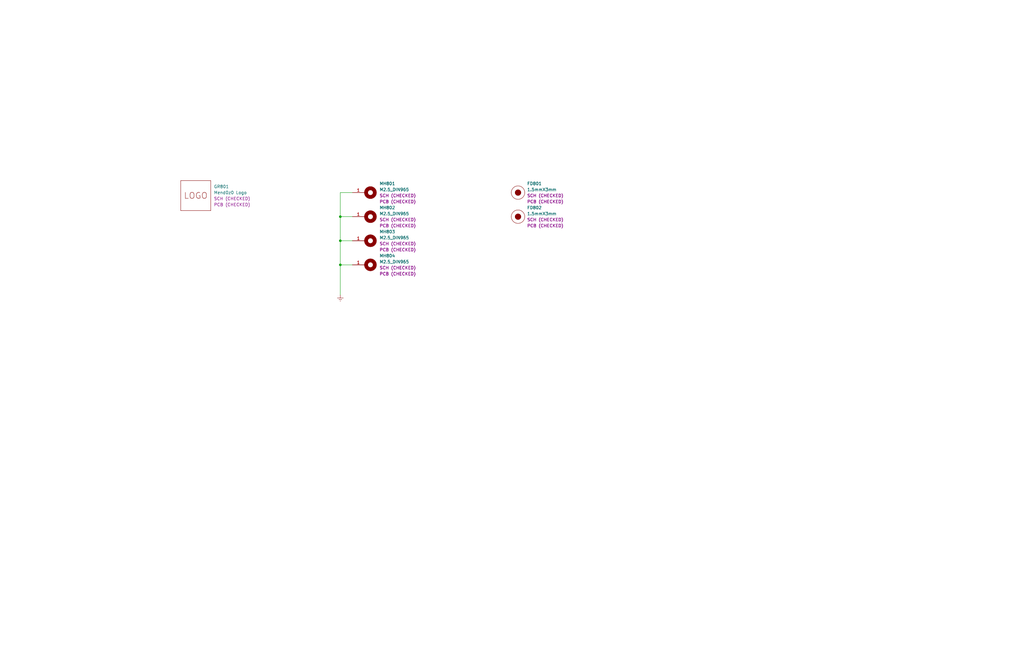
<source format=kicad_sch>
(kicad_sch (version 20230121) (generator eeschema)
  (paper "B")
  (title_block (title "_HW_EPen") (company "mend0z0") (comment 1 "v1.0") (comment 2 "DRAFT") (comment 4 "_BOM_EPen.html") (comment 5 "_HW_EPen.pcb") (comment 6 "_GBR_EPen.zip") (comment 7 "_BOM_EPen.html") (comment 8 "N/A") (comment 9 "First Release"))
  (lib_symbols
    (symbol "_SCHLIB_EPen:MECH_GR_LOGO_MEND0Z0_TOP LAYER" (in_bom no)
      (property "Reference" "GR" (at 2.54 3.81 0))
      (property "Value" "Mend0z0 Logo" (at 2.54 6.35 0))
      (property "SCH CHECK" "SCH (CHECKED)" (at 2.54 24.13 0))
      (property "PCB CHECK" "PCB (CHECKED)" (at 2.54 26.67 0))
      (symbol "MECH_GR_LOGO_MEND0Z0_TOP LAYER_0_1"
        (rectangle (start 0 0) (end 12.7 -12.7))
      )
      (symbol "MECH_GR_LOGO_MEND0Z0_TOP LAYER_1_1"
        (text "LOGO" (at 6.35 -6.35 0) (effects (font (size 2.54 2.54))))
      )
    )
    (symbol "_SCHLIB_EPen:MECH_HOLE_MOUNTING_M2.5_DIN965_WITH NET" (in_bom no)
      (property "Reference" "MH" (at 2.54 3.81 0))
      (property "Value" "M2.5_DIN965" (at 2.54 6.35 0))
      (property "SCH CHECK" "SCH (CHECKED)" (at 2.54 24.13 0))
      (property "PCB CHECK" "PCB (CHECKED)" (at 2.54 26.67 0))
      (symbol "MECH_HOLE_MOUNTING_M2.5_DIN965_WITH NET_0_1"
        (circle (center 7.62 0) (radius 2.5634))
      )
      (symbol "MECH_HOLE_MOUNTING_M2.5_DIN965_WITH NET_1_1"
        (circle (center 7.62 0) (radius 1.7961) (stroke (width 1.524)))
        (pin passive line (at 0 0 0) (length 5.08) (name "") (number "1"))
      )
    )
    (symbol "_SCHLIB_EPen:MECH_PAD_FIDUCIAL_1.5mm_3mm" (in_bom no)
      (property "Reference" "FD" (at 2.54 3.81 0))
      (property "Value" "1.5mmX3mm" (at 2.54 6.35 0))
      (property "SCH CHECK" "SCH (CHECKED)" (at 2.54 24.13 0))
      (property "PCB CHECK" "PCB (CHECKED)" (at 2.54 26.67 0))
      (symbol "MECH_PAD_FIDUCIAL_1.5mm_3mm_1_1"
        (circle (center 2.54 -2.54) (radius 0.6751) (stroke (width 1.27)))
        (circle (center 2.54 -2.54) (radius 2.8398))
      )
    )
    (symbol "power:Earth" (power) (pin_names (offset 0))
      (symbol "Earth_0_1"
        (polyline (pts (xy -0.635 -1.905) (xy 0.635 -1.905)))
        (polyline (pts (xy -0.127 -2.54) (xy 0.127 -2.54)))
        (polyline (pts (xy 0 -1.27) (xy 0 0)))
        (polyline (pts (xy 1.27 -1.27) (xy -1.27 -1.27)))
      )
      (symbol "Earth_1_1"
        (pin power_in line (at 0 0 270) (length 0) hide (name "Earth") (number "1"))
      )
    )
  )
  (junction (at 143.51 91.44))
  (junction (at 143.51 111.76))
  (junction (at 143.51 101.6))
  (wire (pts (xy 143.51 111.76) (xy 148.59 111.76)))
  (wire (pts (xy 143.51 101.6) (xy 148.59 101.6)))
  (wire (pts (xy 143.51 91.44) (xy 143.51 101.6)))
  (wire (pts (xy 143.51 91.44) (xy 148.59 91.44)))
  (wire (pts (xy 143.51 101.6) (xy 143.51 111.76)))
  (wire (pts (xy 143.51 81.28) (xy 143.51 91.44)))
  (wire (pts (xy 143.51 111.76) (xy 143.51 124.46)))
  (wire (pts (xy 148.59 81.28) (xy 143.51 81.28)))
  (symbol (lib_id "_SCHLIB_EPen:MECH_PAD_FIDUCIAL_1.5mm_3mm") (at 215.9 78.74 0) (unit 1) (in_bom no)
    (property "Reference" "FD801" (at 222.25 77.47 0) (effects (justify left)))
    (property "Value" "1.5mmX3mm" (at 222.25 80.01 0) (effects (justify left)))
    (property "Footprint" "Fiducial:Fiducial_1.5mm_Mask3mm" (effects hide))
    (property "Description" "Fiducial pad, 1.5mm pad diameter, 3mm mask area" (effects hide))
    (property "SCH CHECK" "SCH (CHECKED)" (at 222.25 82.55 0) (effects (justify left)))
    (property "PCB CHECK" "PCB (CHECKED)" (at 222.25 85.09 0) (effects (justify left)))
  )
  (symbol (lib_id "_SCHLIB_EPen:MECH_HOLE_MOUNTING_M2.5_DIN965_WITH NET") (at 148.59 101.6 0) (unit 1) (in_bom no)
    (property "Reference" "MH803" (at 160.02 97.79 0) (effects (justify left)))
    (property "Value" "M2.5_DIN965" (at 160.02 100.33 0) (effects (justify left)))
    (property "Footprint" "MountingHole:MountingHole_2.7mm_M2.5_DIN965_Pad" (effects hide))
    (property "Description" "Mounting Hole, M2.5 (DIN965 Standard), with net" (effects hide))
    (property "SCH CHECK" "SCH (CHECKED)" (at 160.02 102.87 0) (effects (justify left)))
    (property "PCB CHECK" "PCB (CHECKED)" (at 160.02 105.41 0) (effects (justify left)))
  )
  (symbol (lib_id "_SCHLIB_EPen:MECH_HOLE_MOUNTING_M2.5_DIN965_WITH NET") (at 148.59 81.28 0) (unit 1) (in_bom no)
    (property "Reference" "MH801" (at 160.02 77.47 0) (effects (justify left)))
    (property "Value" "M2.5_DIN965" (at 160.02 80.01 0) (effects (justify left)))
    (property "Footprint" "MountingHole:MountingHole_2.7mm_M2.5_DIN965_Pad" (effects hide))
    (property "Description" "Mounting Hole, M2.5 (DIN965 Standard), with net" (effects hide))
    (property "SCH CHECK" "SCH (CHECKED)" (at 160.02 82.55 0) (effects (justify left)))
    (property "PCB CHECK" "PCB (CHECKED)" (at 160.02 85.09 0) (effects (justify left)))
  )
  (symbol (lib_id "power:Earth") (at 143.51 124.46 0) (unit 1)
    (property "Reference" "#PWR0607" (effects hide))
    (property "Value" "Earth" (effects hide))
    (instances (project "_HW_EPen" (path "" (reference "#PWR0607") (unit 1)) (path "" (reference "#PWR0801") (unit 1))))
  )
  (symbol (lib_id "_SCHLIB_EPen:MECH_HOLE_MOUNTING_M2.5_DIN965_WITH NET") (at 148.59 111.76 0) (unit 1) (in_bom no)
    (property "Reference" "MH804" (at 160.02 107.95 0) (effects (justify left)))
    (property "Value" "M2.5_DIN965" (at 160.02 110.49 0) (effects (justify left)))
    (property "Footprint" "MountingHole:MountingHole_2.7mm_M2.5_DIN965_Pad" (effects hide))
    (property "Description" "Mounting Hole, M2.5 (DIN965 Standard), with net" (effects hide))
    (property "SCH CHECK" "SCH (CHECKED)" (at 160.02 113.03 0) (effects (justify left)))
    (property "PCB CHECK" "PCB (CHECKED)" (at 160.02 115.57 0) (effects (justify left)))
  )
  (symbol (lib_id "_SCHLIB_EPen:MECH_HOLE_MOUNTING_M2.5_DIN965_WITH NET") (at 148.59 91.44 0) (unit 1) (in_bom no)
    (property "Reference" "MH802" (at 160.02 87.63 0) (effects (justify left)))
    (property "Value" "M2.5_DIN965" (at 160.02 90.17 0) (effects (justify left)))
    (property "Footprint" "MountingHole:MountingHole_2.7mm_M2.5_DIN965_Pad" (effects hide))
    (property "Description" "Mounting Hole, M2.5 (DIN965 Standard), with net" (effects hide))
    (property "SCH CHECK" "SCH (CHECKED)" (at 160.02 92.71 0) (effects (justify left)))
    (property "PCB CHECK" "PCB (CHECKED)" (at 160.02 95.25 0) (effects (justify left)))
  )
  (symbol (lib_id "_SCHLIB_EPen:MECH_GR_LOGO_MEND0Z0_TOP LAYER") (at 76.2 76.2 0) (unit 1) (in_bom no)
    (property "Reference" "GR801" (at 90.17 78.74 0) (effects (justify left)))
    (property "Value" "Mend0z0 Logo" (at 90.17 81.28 0) (effects (justify left)))
    (property "Footprint" "_PCBLIB_EPen:LOGO_MEND0Z0" (effects hide))
    (property "Description" "Mend0z0 Logo" (effects hide))
    (property "SCH CHECK" "SCH (CHECKED)" (at 90.17 83.82 0) (effects (justify left)))
    (property "PCB CHECK" "PCB (CHECKED)" (at 90.17 86.36 0) (effects (justify left)))
  )
  (symbol (lib_id "_SCHLIB_EPen:MECH_PAD_FIDUCIAL_1.5mm_3mm") (at 215.9 88.9 0) (unit 1) (in_bom no)
    (property "Reference" "FD802" (at 222.25 87.63 0) (effects (justify left)))
    (property "Value" "1.5mmX3mm" (at 222.25 90.17 0) (effects (justify left)))
    (property "Footprint" "Fiducial:Fiducial_1.5mm_Mask3mm" (effects hide))
    (property "Description" "Fiducial pad, 1.5mm pad diameter, 3mm mask area" (effects hide))
    (property "SCH CHECK" "SCH (CHECKED)" (at 222.25 92.71 0) (effects (justify left)))
    (property "PCB CHECK" "PCB (CHECKED)" (at 222.25 95.25 0) (effects (justify left)))
  )
)
</source>
